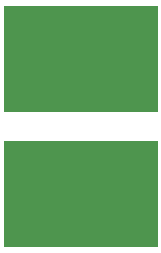
<source format=gtp>
G04 #@! TF.GenerationSoftware,KiCad,Pcbnew,(6.0.2)*
G04 #@! TF.CreationDate,2022-02-22T23:29:17+09:00*
G04 #@! TF.ProjectId,ACBoard,4143426f-6172-4642-9e6b-696361645f70,rev?*
G04 #@! TF.SameCoordinates,Original*
G04 #@! TF.FileFunction,Paste,Top*
G04 #@! TF.FilePolarity,Positive*
%FSLAX46Y46*%
G04 Gerber Fmt 4.6, Leading zero omitted, Abs format (unit mm)*
G04 Created by KiCad (PCBNEW (6.0.2)) date 2022-02-22 23:29:17*
%MOMM*%
%LPD*%
G01*
G04 APERTURE LIST*
%ADD10R,13.000000X9.000000*%
G04 APERTURE END LIST*
D10*
X198755000Y-53975000D03*
X198755000Y-65405000D03*
M02*

</source>
